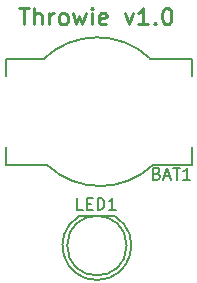
<source format=gto>
%TF.GenerationSoftware,KiCad,Pcbnew,4.0.5-e0-6337~49~ubuntu16.04.1*%
%TF.CreationDate,2017-04-01T19:42:10-07:00*%
%TF.ProjectId,throwie-layers,7468726F7769652D6C61796572732E6B,1.0*%
%TF.FileFunction,Legend,Top*%
%FSLAX46Y46*%
G04 Gerber Fmt 4.6, Leading zero omitted, Abs format (unit mm)*
G04 Created by KiCad (PCBNEW 4.0.5-e0-6337~49~ubuntu16.04.1) date Sat Apr  1 19:42:10 2017*
%MOMM*%
%LPD*%
G01*
G04 APERTURE LIST*
%ADD10C,0.350000*%
%ADD11C,0.250000*%
%ADD12C,0.150000*%
%ADD13C,0.152400*%
%ADD14R,2.652400X5.252400*%
%ADD15C,10.352400*%
G04 APERTURE END LIST*
D10*
D11*
X54459999Y-22728333D02*
X55259999Y-22728333D01*
X54859999Y-24128333D02*
X54859999Y-22728333D01*
X55726666Y-24128333D02*
X55726666Y-22728333D01*
X56326666Y-24128333D02*
X56326666Y-23395000D01*
X56260000Y-23261667D01*
X56126666Y-23195000D01*
X55926666Y-23195000D01*
X55793333Y-23261667D01*
X55726666Y-23328333D01*
X56993333Y-24128333D02*
X56993333Y-23195000D01*
X56993333Y-23461667D02*
X57060000Y-23328333D01*
X57126667Y-23261667D01*
X57260000Y-23195000D01*
X57393333Y-23195000D01*
X58060000Y-24128333D02*
X57926667Y-24061667D01*
X57860000Y-23995000D01*
X57793334Y-23861667D01*
X57793334Y-23461667D01*
X57860000Y-23328333D01*
X57926667Y-23261667D01*
X58060000Y-23195000D01*
X58260000Y-23195000D01*
X58393334Y-23261667D01*
X58460000Y-23328333D01*
X58526667Y-23461667D01*
X58526667Y-23861667D01*
X58460000Y-23995000D01*
X58393334Y-24061667D01*
X58260000Y-24128333D01*
X58060000Y-24128333D01*
X58993334Y-23195000D02*
X59260001Y-24128333D01*
X59526667Y-23461667D01*
X59793334Y-24128333D01*
X60060001Y-23195000D01*
X60593334Y-24128333D02*
X60593334Y-23195000D01*
X60593334Y-22728333D02*
X60526668Y-22795000D01*
X60593334Y-22861667D01*
X60660001Y-22795000D01*
X60593334Y-22728333D01*
X60593334Y-22861667D01*
X61793335Y-24061667D02*
X61660001Y-24128333D01*
X61393335Y-24128333D01*
X61260001Y-24061667D01*
X61193335Y-23928333D01*
X61193335Y-23395000D01*
X61260001Y-23261667D01*
X61393335Y-23195000D01*
X61660001Y-23195000D01*
X61793335Y-23261667D01*
X61860001Y-23395000D01*
X61860001Y-23528333D01*
X61193335Y-23661667D01*
X63393335Y-23195000D02*
X63726668Y-24128333D01*
X64060002Y-23195000D01*
X65326669Y-24128333D02*
X64526669Y-24128333D01*
X64926669Y-24128333D02*
X64926669Y-22728333D01*
X64793335Y-22928333D01*
X64660002Y-23061667D01*
X64526669Y-23128333D01*
X65926668Y-23995000D02*
X65993335Y-24061667D01*
X65926668Y-24128333D01*
X65860002Y-24061667D01*
X65926668Y-23995000D01*
X65926668Y-24128333D01*
X66860002Y-22728333D02*
X66993335Y-22728333D01*
X67126669Y-22795000D01*
X67193335Y-22861667D01*
X67260002Y-22995000D01*
X67326669Y-23261667D01*
X67326669Y-23595000D01*
X67260002Y-23861667D01*
X67193335Y-23995000D01*
X67126669Y-24061667D01*
X66993335Y-24128333D01*
X66860002Y-24128333D01*
X66726669Y-24061667D01*
X66660002Y-23995000D01*
X66593335Y-23861667D01*
X66526669Y-23595000D01*
X66526669Y-23261667D01*
X66593335Y-22995000D01*
X66660002Y-22861667D01*
X66726669Y-22795000D01*
X66860002Y-22728333D01*
D12*
X59488436Y-40377612D02*
G75*
G03X62513340Y-40362500I1524904J-2484888D01*
G01*
X59513340Y-40362500D02*
X62513340Y-40362500D01*
X63531276Y-42862500D02*
G75*
G03X63531276Y-42862500I-2517936J0D01*
G01*
D13*
X53283660Y-27021400D02*
X53283660Y-28521400D01*
X56533660Y-27021400D02*
X53283660Y-27021400D01*
X69033660Y-27021400D02*
X69033660Y-28521400D01*
X68783660Y-27021400D02*
X69033660Y-27021400D01*
X65533660Y-27021400D02*
X68783660Y-27021400D01*
X65498154Y-26988013D02*
G75*
G03X56533660Y-27021400I-4464494J-4783387D01*
G01*
X56819166Y-36054787D02*
G75*
G03X65783660Y-36021400I4464494J4783387D01*
G01*
X56783660Y-36021400D02*
X53533660Y-36021400D01*
X53533660Y-36021400D02*
X53283660Y-36021400D01*
X53283660Y-36021400D02*
X53283660Y-34521400D01*
X65783660Y-36021400D02*
X69033660Y-36021400D01*
X69033660Y-36021400D02*
X69033660Y-34521400D01*
D12*
X59840953Y-39822381D02*
X59364762Y-39822381D01*
X59364762Y-38822381D01*
X60174286Y-39298571D02*
X60507620Y-39298571D01*
X60650477Y-39822381D02*
X60174286Y-39822381D01*
X60174286Y-38822381D01*
X60650477Y-38822381D01*
X61079048Y-39822381D02*
X61079048Y-38822381D01*
X61317143Y-38822381D01*
X61460001Y-38870000D01*
X61555239Y-38965238D01*
X61602858Y-39060476D01*
X61650477Y-39250952D01*
X61650477Y-39393810D01*
X61602858Y-39584286D01*
X61555239Y-39679524D01*
X61460001Y-39774762D01*
X61317143Y-39822381D01*
X61079048Y-39822381D01*
X62602858Y-39822381D02*
X62031429Y-39822381D01*
X62317143Y-39822381D02*
X62317143Y-38822381D01*
X62221905Y-38965238D01*
X62126667Y-39060476D01*
X62031429Y-39108095D01*
X66095715Y-36758571D02*
X66238572Y-36806190D01*
X66286191Y-36853810D01*
X66333810Y-36949048D01*
X66333810Y-37091905D01*
X66286191Y-37187143D01*
X66238572Y-37234762D01*
X66143334Y-37282381D01*
X65762381Y-37282381D01*
X65762381Y-36282381D01*
X66095715Y-36282381D01*
X66190953Y-36330000D01*
X66238572Y-36377619D01*
X66286191Y-36472857D01*
X66286191Y-36568095D01*
X66238572Y-36663333D01*
X66190953Y-36710952D01*
X66095715Y-36758571D01*
X65762381Y-36758571D01*
X66714762Y-36996667D02*
X67190953Y-36996667D01*
X66619524Y-37282381D02*
X66952857Y-36282381D01*
X67286191Y-37282381D01*
X67476667Y-36282381D02*
X68048096Y-36282381D01*
X67762381Y-37282381D02*
X67762381Y-36282381D01*
X68905239Y-37282381D02*
X68333810Y-37282381D01*
X68619524Y-37282381D02*
X68619524Y-36282381D01*
X68524286Y-36425238D01*
X68429048Y-36520476D01*
X68333810Y-36568095D01*
%LPC*%
D14*
X68683660Y-31521400D03*
X53383660Y-31521400D03*
D15*
X61033660Y-31521400D03*
M02*

</source>
